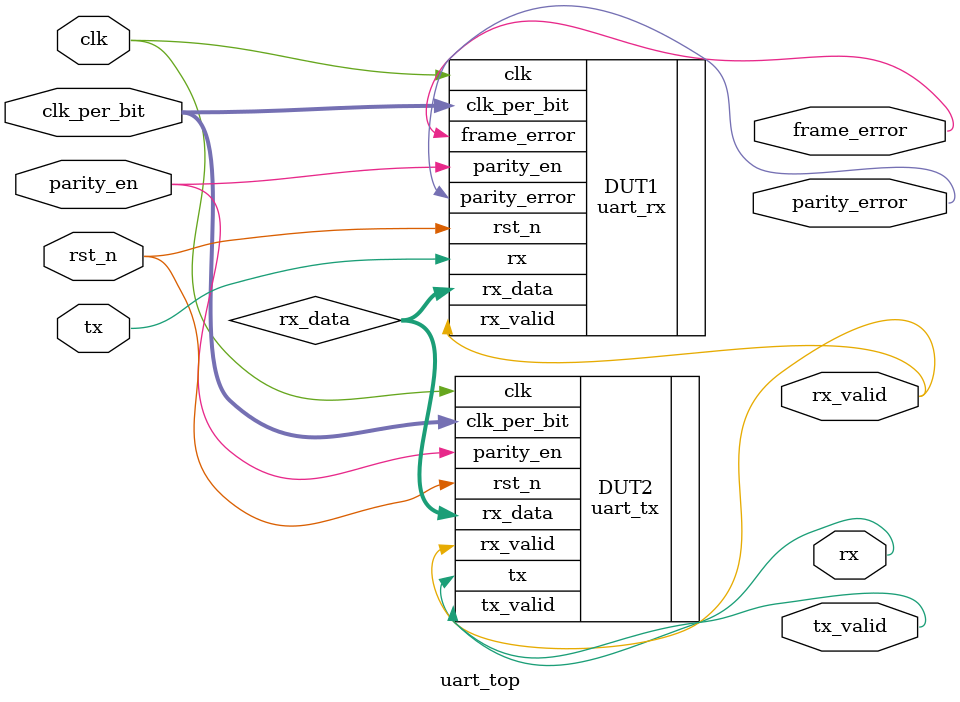
<source format=sv>

`include "uart_rx.sv"
`include "uart_tx.sv"

module uart_top (
    input   logic clk,
    input   logic rst_n,
    input   logic parity_en,
    input   logic tx,
    input 	logic [12:0] clk_per_bit,
    output  logic rx,
    output  logic rx_valid,
    output  logic tx_valid,
    output  logic parity_error,
    output  logic frame_error
);
    logic [7:0] rx_data;

    uart_rx DUT1(
        .clk(clk),
        .rst_n(rst_n),
        .clk_per_bit(clk_per_bit),
        .parity_en(parity_en),
        .rx(tx),
        .rx_data(rx_data),
        .rx_valid(rx_valid),
        .parity_error(parity_error),
        .frame_error(frame_error)
    );
    uart_tx DUT2(
        .clk(clk),
        .rst_n(rst_n),
        .clk_per_bit(clk_per_bit),
        .parity_en(parity_en),
        .rx_data(rx_data),
        .rx_valid(rx_valid),
        .tx(rx),
        .tx_valid(tx_valid)
    );
endmodule
</source>
